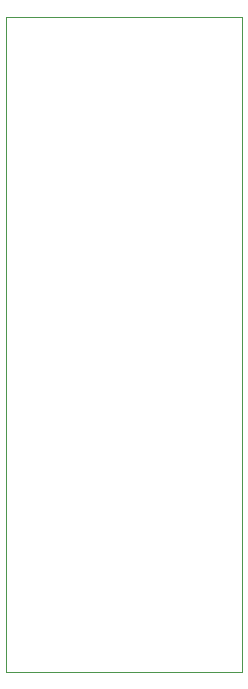
<source format=gbr>
%TF.GenerationSoftware,KiCad,Pcbnew,6.0.10-86aedd382b~118~ubuntu22.04.1*%
%TF.CreationDate,2023-01-31T18:19:09-07:00*%
%TF.ProjectId,scaarix_flow_bridge,73636161-7269-4785-9f66-6c6f775f6272,v1.0.0*%
%TF.SameCoordinates,Original*%
%TF.FileFunction,Profile,NP*%
%FSLAX46Y46*%
G04 Gerber Fmt 4.6, Leading zero omitted, Abs format (unit mm)*
G04 Created by KiCad (PCBNEW 6.0.10-86aedd382b~118~ubuntu22.04.1) date 2023-01-31 18:19:09*
%MOMM*%
%LPD*%
G01*
G04 APERTURE LIST*
%TA.AperFunction,Profile*%
%ADD10C,0.050000*%
%TD*%
G04 APERTURE END LIST*
D10*
X292800000Y-73900000D02*
X312800000Y-73900000D01*
X312800000Y-73900000D02*
X312800000Y-129400000D01*
X292800000Y-115900000D02*
X292800000Y-105400000D01*
X292800000Y-105400000D02*
X292800000Y-99400000D01*
X292800000Y-122900000D02*
X292800000Y-129400000D01*
X292800000Y-99400000D02*
X292800000Y-73900000D01*
X292800000Y-122900000D02*
X292800000Y-115900000D01*
X292800000Y-129400000D02*
X312800000Y-129400000D01*
M02*

</source>
